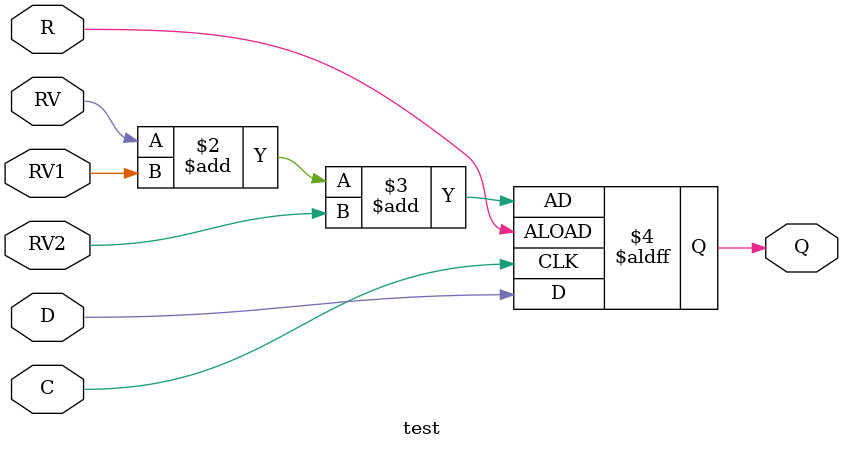
<source format=v>
module test(input D, C, R, RV, RV1, RV2,
            output reg Q);
    always @(posedge C, posedge R)
        if (R)
	        Q <= RV+RV1+RV2;
	    else
	        Q <= D;
endmodule

</source>
